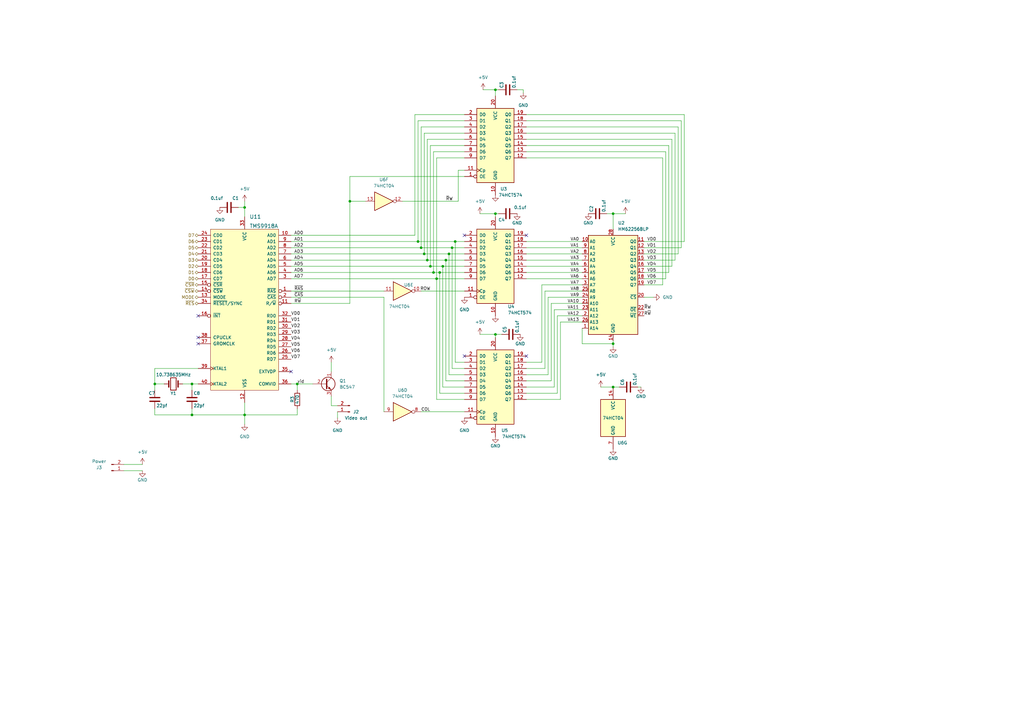
<source format=kicad_sch>
(kicad_sch (version 20211123) (generator eeschema)
  (paper "A3")
  (title_block (title "TMS9918A ") (date "2022-03") (rev "Ver.1 ") (company "Doctor Volt"))
  (lib_symbols
    (symbol "74xx:74HCT04"
      (property "Reference" "U" (at 0 1.27 0))
      (property "Value" "74HCT04" (at 0 -1.27 0))
      (symbol "74HCT04_1_0"
        (polyline (pts (xy -3.81 3.81) (xy -3.81 -3.81) (xy 3.81 0) (xy -3.81 3.81)) (stroke (width 0.254)) (fill (type background)))
        (pin input line (at -7.62 0 0) (length 3.81) (name "~") (number "1"))
        (pin output inverted (at 7.62 0 180) (length 3.81) (name "~") (number "2"))
      )
      (symbol "74HCT04_2_0"
        (polyline (pts (xy -3.81 3.81) (xy -3.81 -3.81) (xy 3.81 0) (xy -3.81 3.81)) (stroke (width 0.254)) (fill (type background)))
        (pin input line (at -7.62 0 0) (length 3.81) (name "~") (number "3"))
        (pin output inverted (at 7.62 0 180) (length 3.81) (name "~") (number "4"))
      )
      (symbol "74HCT04_3_0"
        (polyline (pts (xy -3.81 3.81) (xy -3.81 -3.81) (xy 3.81 0) (xy -3.81 3.81)) (stroke (width 0.254)) (fill (type background)))
        (pin input line (at -7.62 0 0) (length 3.81) (name "~") (number "5"))
        (pin output inverted (at 7.62 0 180) (length 3.81) (name "~") (number "6"))
      )
      (symbol "74HCT04_4_0"
        (polyline (pts (xy -3.81 3.81) (xy -3.81 -3.81) (xy 3.81 0) (xy -3.81 3.81)) (stroke (width 0.254)) (fill (type background)))
        (pin output inverted (at 7.62 0 180) (length 3.81) (name "~") (number "8"))
        (pin input line (at -7.62 0 0) (length 3.81) (name "~") (number "9"))
      )
      (symbol "74HCT04_5_0"
        (polyline (pts (xy -3.81 3.81) (xy -3.81 -3.81) (xy 3.81 0) (xy -3.81 3.81)) (stroke (width 0.254)) (fill (type background)))
        (pin output inverted (at 7.62 0 180) (length 3.81) (name "~") (number "10"))
        (pin input line (at -7.62 0 0) (length 3.81) (name "~") (number "11"))
      )
      (symbol "74HCT04_6_0"
        (polyline (pts (xy -3.81 3.81) (xy -3.81 -3.81) (xy 3.81 0) (xy -3.81 3.81)) (stroke (width 0.254)) (fill (type background)))
        (pin output inverted (at 7.62 0 180) (length 3.81) (name "~") (number "12"))
        (pin input line (at -7.62 0 0) (length 3.81) (name "~") (number "13"))
      )
      (symbol "74HCT04_7_0"
        (pin power_in line (at 0 12.7 270) (length 5.08) (name "VCC") (number "14"))
        (pin power_in line (at 0 -12.7 90) (length 5.08) (name "GND") (number "7"))
      )
      (symbol "74HCT04_7_1"
        (rectangle (start -5.08 7.62) (end 5.08 -7.62) (stroke (width 0.254)) (fill (type background)))
      )
    )
    (symbol "74xx:74LS574" (pin_names (offset 1.016))
      (property "Reference" "U" (at -7.62 16.51 0))
      (property "Value" "74LS574" (at -7.62 -16.51 0))
      (symbol "74LS574_1_0"
        (pin input inverted (at -12.7 -12.7 0) (length 5.08) (name "OE") (number "1"))
        (pin power_in line (at 0 -20.32 90) (length 5.08) (name "GND") (number "10"))
        (pin input clock (at -12.7 -10.16 0) (length 5.08) (name "Cp") (number "11"))
        (pin tri_state line (at 12.7 -5.08 180) (length 5.08) (name "Q7") (number "12"))
        (pin tri_state line (at 12.7 -2.54 180) (length 5.08) (name "Q6") (number "13"))
        (pin tri_state line (at 12.7 0 180) (length 5.08) (name "Q5") (number "14"))
        (pin tri_state line (at 12.7 2.54 180) (length 5.08) (name "Q4") (number "15"))
        (pin tri_state line (at 12.7 5.08 180) (length 5.08) (name "Q3") (number "16"))
        (pin tri_state line (at 12.7 7.62 180) (length 5.08) (name "Q2") (number "17"))
        (pin tri_state line (at 12.7 10.16 180) (length 5.08) (name "Q1") (number "18"))
        (pin tri_state line (at 12.7 12.7 180) (length 5.08) (name "Q0") (number "19"))
        (pin input line (at -12.7 12.7 0) (length 5.08) (name "D0") (number "2"))
        (pin power_in line (at 0 20.32 270) (length 5.08) (name "VCC") (number "20"))
        (pin input line (at -12.7 10.16 0) (length 5.08) (name "D1") (number "3"))
        (pin input line (at -12.7 7.62 0) (length 5.08) (name "D2") (number "4"))
        (pin input line (at -12.7 5.08 0) (length 5.08) (name "D3") (number "5"))
        (pin input line (at -12.7 2.54 0) (length 5.08) (name "D4") (number "6"))
        (pin input line (at -12.7 0 0) (length 5.08) (name "D5") (number "7"))
        (pin input line (at -12.7 -2.54 0) (length 5.08) (name "D6") (number "8"))
        (pin input line (at -12.7 -5.08 0) (length 5.08) (name "D7") (number "9"))
      )
      (symbol "74LS574_1_1"
        (rectangle (start -7.62 15.24) (end 7.62 -15.24) (stroke (width 0.254)) (fill (type background)))
      )
    )
    (symbol "Connector:Conn_01x02_Male" (pin_names (offset 1.016) hide)
      (property "Reference" "J" (at 0 2.54 0))
      (property "Value" "Conn_01x02_Male" (at 0 -5.08 0))
      (symbol "Conn_01x02_Male_1_1"
        (polyline (pts (xy 1.27 -2.54) (xy 0.8636 -2.54)) (stroke (width 0.1524)))
        (polyline (pts (xy 1.27 0) (xy 0.8636 0)) (stroke (width 0.1524)))
        (rectangle (start 0.8636 -2.413) (end 0 -2.667) (stroke (width 0.1524)) (fill (type outline)))
        (rectangle (start 0.8636 0.127) (end 0 -0.127) (stroke (width 0.1524)) (fill (type outline)))
        (pin passive line (at 5.08 0 180) (length 3.81) (name "Pin_1") (number "1"))
        (pin passive line (at 5.08 -2.54 180) (length 3.81) (name "Pin_2") (number "2"))
      )
    )
    (symbol "Device:C" (pin_numbers hide) (pin_names (offset 0.254))
      (property "Reference" "C" (at 0.635 2.54 0))
      (property "Value" "C" (at 0.635 -2.54 0))
      (symbol "C_0_1"
        (polyline (pts (xy -2.032 -0.762) (xy 2.032 -0.762)) (stroke (width 0.508)))
        (polyline (pts (xy -2.032 0.762) (xy 2.032 0.762)) (stroke (width 0.508)))
      )
      (symbol "C_1_1"
        (pin passive line (at 0 3.81 270) (length 2.794) (name "~") (number "1"))
        (pin passive line (at 0 -3.81 90) (length 2.794) (name "~") (number "2"))
      )
    )
    (symbol "Device:Crystal" (pin_numbers hide) (pin_names (offset 1.016) hide)
      (property "Reference" "Y" (at 0 3.81 0))
      (property "Value" "Crystal" (at 0 -3.81 0))
      (symbol "Crystal_0_1"
        (rectangle (start -1.143 2.54) (end 1.143 -2.54) (stroke (width 0.3048)))
        (polyline (pts (xy -2.54 0) (xy -1.905 0)))
        (polyline (pts (xy -1.905 -1.27) (xy -1.905 1.27)) (stroke (width 0.508)))
        (polyline (pts (xy 1.905 -1.27) (xy 1.905 1.27)) (stroke (width 0.508)))
        (polyline (pts (xy 2.54 0) (xy 1.905 0)))
      )
      (symbol "Crystal_1_1"
        (pin passive line (at -3.81 0 0) (length 1.27) (name "1") (number "1"))
        (pin passive line (at 3.81 0 180) (length 1.27) (name "2") (number "2"))
      )
    )
    (symbol "Device:R" (pin_numbers hide) (pin_names (offset 0))
      (property "Reference" "R" (at 2.032 0 90))
      (property "Value" "R" (at 0 0 90))
      (symbol "R_0_1"
        (rectangle (start -1.016 -2.54) (end 1.016 2.54) (stroke (width 0.254)))
      )
      (symbol "R_1_1"
        (pin passive line (at 0 3.81 270) (length 1.27) (name "~") (number "1"))
        (pin passive line (at 0 -3.81 90) (length 1.27) (name "~") (number "2"))
      )
    )
    (symbol "Memory_RAM:HM62256BLP"
      (property "Reference" "U" (at -10.16 20.955 0))
      (property "Value" "HM62256BLP" (at 2.54 20.955 0))
      (symbol "HM62256BLP_0_0"
        (pin power_in line (at 0 -22.86 90) (length 2.54) (name "GND") (number "14"))
        (pin power_in line (at 0 22.86 270) (length 2.54) (name "VCC") (number "28"))
      )
      (symbol "HM62256BLP_0_1"
        (rectangle (start -10.16 20.32) (end 10.16 -20.32) (stroke (width 0.254)) (fill (type background)))
      )
      (symbol "HM62256BLP_1_1"
        (pin input line (at -12.7 -17.78 0) (length 2.54) (name "A14") (number "1"))
        (pin input line (at -12.7 17.78 0) (length 2.54) (name "A0") (number "10"))
        (pin tri_state line (at 12.7 17.78 180) (length 2.54) (name "Q0") (number "11"))
        (pin tri_state line (at 12.7 15.24 180) (length 2.54) (name "Q1") (number "12"))
        (pin tri_state line (at 12.7 12.7 180) (length 2.54) (name "Q2") (number "13"))
        (pin tri_state line (at 12.7 10.16 180) (length 2.54) (name "Q3") (number "15"))
        (pin tri_state line (at 12.7 7.62 180) (length 2.54) (name "Q4") (number "16"))
        (pin tri_state line (at 12.7 5.08 180) (length 2.54) (name "Q5") (number "17"))
        (pin tri_state line (at 12.7 2.54 180) (length 2.54) (name "Q6") (number "18"))
        (pin tri_state line (at 12.7 0 180) (length 2.54) (name "Q7") (number "19"))
        (pin input line (at -12.7 -12.7 0) (length 2.54) (name "A12") (number "2"))
        (pin input line (at 12.7 -5.08 180) (length 2.54) (name "~{CS}") (number "20"))
        (pin input line (at -12.7 -7.62 0) (length 2.54) (name "A10") (number "21"))
        (pin input line (at 12.7 -10.16 180) (length 2.54) (name "~{OE}") (number "22"))
        (pin input line (at -12.7 -10.16 0) (length 2.54) (name "A11") (number "23"))
        (pin input line (at -12.7 -5.08 0) (length 2.54) (name "A9") (number "24"))
        (pin input line (at -12.7 -2.54 0) (length 2.54) (name "A8") (number "25"))
        (pin input line (at -12.7 -15.24 0) (length 2.54) (name "A13") (number "26"))
        (pin input line (at 12.7 -12.7 180) (length 2.54) (name "~{WE}") (number "27"))
        (pin input line (at -12.7 0 0) (length 2.54) (name "A7") (number "3"))
        (pin input line (at -12.7 2.54 0) (length 2.54) (name "A6") (number "4"))
        (pin input line (at -12.7 5.08 0) (length 2.54) (name "A5") (number "5"))
        (pin input line (at -12.7 7.62 0) (length 2.54) (name "A4") (number "6"))
        (pin input line (at -12.7 10.16 0) (length 2.54) (name "A3") (number "7"))
        (pin input line (at -12.7 12.7 0) (length 2.54) (name "A2") (number "8"))
        (pin input line (at -12.7 15.24 0) (length 2.54) (name "A1") (number "9"))
      )
    )
    (symbol "Transistor_BJT:BC547" (pin_names (offset 0) hide)
      (property "Reference" "Q" (at 5.08 1.905 0))
      (property "Value" "BC547" (at 5.08 0 0))
      (symbol "BC547_0_1"
        (polyline (pts (xy 0 0) (xy 0.635 0)))
        (polyline (pts (xy 0.635 0.635) (xy 2.54 2.54)))
        (polyline (pts (xy 0.635 -0.635) (xy 2.54 -2.54) (xy 2.54 -2.54)))
        (polyline (pts (xy 0.635 1.905) (xy 0.635 -1.905) (xy 0.635 -1.905)) (stroke (width 0.508)))
        (polyline (pts (xy 1.27 -1.778) (xy 1.778 -1.27) (xy 2.286 -2.286) (xy 1.27 -1.778) (xy 1.27 -1.778)) (fill (type outline)))
        (circle (center 1.27 0) (radius 2.8194) (stroke (width 0.254)))
      )
      (symbol "BC547_1_1"
        (pin passive line (at 2.54 5.08 270) (length 2.54) (name "C") (number "1"))
        (pin input line (at -5.08 0 0) (length 5.08) (name "B") (number "2"))
        (pin passive line (at 2.54 -5.08 90) (length 2.54) (name "E") (number "3"))
      )
    )
    (symbol "power:+5V" (power) (pin_names (offset 0))
      (property "Value" "+5V" (at 0 3.556 0))
      (symbol "+5V_0_1"
        (polyline (pts (xy -0.762 1.27) (xy 0 2.54)))
        (polyline (pts (xy 0 0) (xy 0 2.54)))
        (polyline (pts (xy 0 2.54) (xy 0.762 1.27)))
      )
      (symbol "+5V_1_1"
        (pin power_in line (at 0 0 90) (length 0) hide (name "+5V") (number "1"))
      )
    )
    (symbol "power:GND" (power) (pin_names (offset 0))
      (property "Value" "GND" (at 0 -3.81 0))
      (symbol "GND_0_1"
        (polyline (pts (xy 0 0) (xy 0 -1.27) (xy 1.27 -1.27) (xy 0 -2.54) (xy -1.27 -1.27) (xy 0 -1.27)))
      )
      (symbol "GND_1_1"
        (pin power_in line (at 0 0 270) (length 0) hide (name "GND") (number "1"))
      )
    )
    (symbol "zx2020:TMS9918A" (pin_names (offset 1.016))
      (property "Reference" "U" (at -12.7 35.56 0))
      (property "Value" "TMS9918A" (at 8.89 -35.56 0))
      (symbol "TMS9918A_0_1"
        (rectangle (start -13.97 33.02) (end 13.97 -33.02) (fill (type background)))
      )
      (symbol "TMS9918A_1_1"
        (pin output inverted (at 19.05 7.62 180) (length 5.08) (name "~{RAS}") (number "1"))
        (pin output line (at 19.05 30.48 180) (length 5.08) (name "AD0") (number "10"))
        (pin output inverted (at 19.05 2.54 180) (length 5.08) (name "R/~{W}") (number "11"))
        (pin power_in line (at 0 -38.1 90) (length 5.08) (name "VSS") (number "12"))
        (pin input line (at -19.05 5.08 0) (length 5.08) (name "MODE") (number "13"))
        (pin input inverted (at -19.05 7.62 0) (length 5.08) (name "~{CSW}") (number "14"))
        (pin input inverted (at -19.05 10.16 0) (length 5.08) (name "~{CSR}") (number "15"))
        (pin output inverted (at -19.05 -2.54 0) (length 5.08) (name "~{INT}") (number "16"))
        (pin bidirectional line (at -19.05 12.7 0) (length 5.08) (name "CD7") (number "17"))
        (pin bidirectional line (at -19.05 15.24 0) (length 5.08) (name "CD6") (number "18"))
        (pin bidirectional line (at -19.05 17.78 0) (length 5.08) (name "CD5") (number "19"))
        (pin output inverted (at 19.05 5.08 180) (length 5.08) (name "~{CAS}") (number "2"))
        (pin bidirectional line (at -19.05 20.32 0) (length 5.08) (name "CD4") (number "20"))
        (pin bidirectional line (at -19.05 22.86 0) (length 5.08) (name "CD3") (number "21"))
        (pin bidirectional line (at -19.05 25.4 0) (length 5.08) (name "CD2") (number "22"))
        (pin bidirectional line (at -19.05 27.94 0) (length 5.08) (name "CD1") (number "23"))
        (pin bidirectional line (at -19.05 30.48 0) (length 5.08) (name "CD0") (number "24"))
        (pin input line (at 19.05 -20.32 180) (length 5.08) (name "RD7") (number "25"))
        (pin input line (at 19.05 -17.78 180) (length 5.08) (name "RD6") (number "26"))
        (pin input line (at 19.05 -15.24 180) (length 5.08) (name "RD5") (number "27"))
        (pin input line (at 19.05 -12.7 180) (length 5.08) (name "RD4") (number "28"))
        (pin input line (at 19.05 -10.16 180) (length 5.08) (name "RD3") (number "29"))
        (pin output line (at 19.05 12.7 180) (length 5.08) (name "AD7") (number "3"))
        (pin input line (at 19.05 -7.62 180) (length 5.08) (name "RD2") (number "30"))
        (pin input line (at 19.05 -5.08 180) (length 5.08) (name "RD1") (number "31"))
        (pin input line (at 19.05 -2.54 180) (length 5.08) (name "RD0") (number "32"))
        (pin power_in line (at 0 38.1 270) (length 5.08) (name "VCC") (number "33"))
        (pin input line (at -19.05 2.54 0) (length 5.08) (name "~{RESET}/SYNC") (number "34"))
        (pin bidirectional line (at 19.05 -25.4 180) (length 5.08) (name "EXTVDP") (number "35"))
        (pin output line (at 19.05 -30.48 180) (length 5.08) (name "COMVID") (number "36"))
        (pin output line (at -19.05 -13.97 0) (length 5.08) (name "GROMCLK") (number "37"))
        (pin output line (at -19.05 -11.43 0) (length 5.08) (name "CPUCLK") (number "38"))
        (pin input clock (at -19.05 -24.13 0) (length 5.08) (name "XTAL1") (number "39"))
        (pin output line (at 19.05 15.24 180) (length 5.08) (name "AD6") (number "4"))
        (pin input clock (at -19.05 -30.48 0) (length 5.08) (name "XTAL2") (number "40"))
        (pin output line (at 19.05 17.78 180) (length 5.08) (name "AD5") (number "5"))
        (pin output line (at 19.05 20.32 180) (length 5.08) (name "AD4") (number "6"))
        (pin output line (at 19.05 22.86 180) (length 5.08) (name "AD3") (number "7"))
        (pin output line (at 19.05 25.4 180) (length 5.08) (name "AD2") (number "8"))
        (pin output line (at 19.05 27.94 180) (length 5.08) (name "AD1") (number "9"))
      )
    )
  )
  (junction (at 251.46 140.97))
  (junction (at 172.72 101.6))
  (junction (at 251.46 87.63))
  (junction (at 184.15 104.14))
  (junction (at 121.92 157.48))
  (junction (at 179.07 114.3))
  (junction (at 185.42 101.6))
  (junction (at 173.99 104.14))
  (junction (at 180.34 111.76))
  (junction (at 203.2 87.63))
  (junction (at 171.45 99.06))
  (junction (at 63.5 157.48))
  (junction (at 203.2 137.16))
  (junction (at 182.88 106.68))
  (junction (at 251.46 158.75))
  (junction (at 177.8 111.76))
  (junction (at 203.2 36.83))
  (junction (at 78.74 170.18))
  (junction (at 143.51 82.55))
  (junction (at 176.53 109.22))
  (junction (at 186.69 99.06))
  (junction (at 175.26 106.68))
  (junction (at 181.61 109.22))
  (junction (at 78.74 157.48))
  (junction (at 100.33 170.18))
  (junction (at 100.33 85.09))
  (no_connect (at 81.28 140.97))
  (no_connect (at 81.28 138.43))
  (no_connect (at 215.9 96.52))
  (no_connect (at 190.5 146.05))
  (no_connect (at 81.28 129.54))
  (no_connect (at 215.9 146.05))
  (no_connect (at 190.5 96.52))
  (no_connect (at 119.38 152.4))
  (wire (pts (xy 271.78 64.77) (xy 271.78 116.84)))
  (wire (pts (xy 222.25 116.84) (xy 222.25 148.59)))
  (wire (pts (xy 203.2 88.9) (xy 203.2 87.63)))
  (wire (pts (xy 143.51 82.55) (xy 149.86 82.55)))
  (wire (pts (xy 119.38 124.46) (xy 143.51 124.46)))
  (wire (pts (xy 175.26 57.15) (xy 190.5 57.15)))
  (wire (pts (xy 184.15 104.14) (xy 190.5 104.14)))
  (wire (pts (xy 157.48 121.92) (xy 157.48 168.91)))
  (wire (pts (xy 279.4 49.53) (xy 279.4 101.6)))
  (wire (pts (xy 198.12 36.83) (xy 203.2 36.83)))
  (wire (pts (xy 172.72 119.38) (xy 190.5 119.38)))
  (wire (pts (xy 215.9 111.76) (xy 238.76 111.76)))
  (wire (pts (xy 173.99 54.61) (xy 190.5 54.61)))
  (wire (pts (xy 264.16 111.76) (xy 274.32 111.76)))
  (wire (pts (xy 190.5 156.21) (xy 182.88 156.21)))
  (wire (pts (xy 67.31 157.48) (xy 63.5 157.48)))
  (wire (pts (xy 50.8 193.04) (xy 58.42 193.04)))
  (wire (pts (xy 138.43 166.37) (xy 135.9133 166.37)))
  (wire (pts (xy 100.33 170.18) (xy 121.92 170.18)))
  (wire (pts (xy 121.92 157.48) (xy 128.27 157.48)))
  (wire (pts (xy 196.85 137.16) (xy 203.2 137.16)))
  (wire (pts (xy 196.85 87.63) (xy 203.2 87.63)))
  (wire (pts (xy 176.53 59.69) (xy 176.53 109.22)))
  (wire (pts (xy 224.79 121.92) (xy 238.76 121.92)))
  (wire (pts (xy 251.46 87.63) (xy 251.46 93.98)))
  (wire (pts (xy 119.38 96.52) (xy 170.18 96.52)))
  (wire (pts (xy 278.13 52.07) (xy 278.13 104.14)))
  (wire (pts (xy 119.38 99.06) (xy 171.45 99.06)))
  (wire (pts (xy 262.89 158.75) (xy 261.62 158.75)))
  (wire (pts (xy 119.38 119.38) (xy 157.48 119.38)))
  (wire (pts (xy 119.38 111.76) (xy 177.8 111.76)))
  (wire (pts (xy 215.9 158.75) (xy 227.33 158.75)))
  (wire (pts (xy 177.8 62.23) (xy 177.8 111.76)))
  (wire (pts (xy 215.9 148.59) (xy 222.25 148.59)))
  (wire (pts (xy 251.46 142.24) (xy 251.46 140.97)))
  (wire (pts (xy 215.9 161.29) (xy 228.6 161.29)))
  (wire (pts (xy 215.9 59.69) (xy 274.32 59.69)))
  (wire (pts (xy 223.52 119.38) (xy 223.52 151.13)))
  (wire (pts (xy 180.34 161.29) (xy 180.34 111.76)))
  (wire (pts (xy 222.25 116.84) (xy 238.76 116.84)))
  (wire (pts (xy 135.89 148.59) (xy 135.89 152.4)))
  (wire (pts (xy 264.16 101.6) (xy 279.4 101.6)))
  (wire (pts (xy 186.69 99.06) (xy 190.5 99.06)))
  (wire (pts (xy 228.6 129.54) (xy 238.76 129.54)))
  (wire (pts (xy 181.61 109.22) (xy 190.5 109.22)))
  (wire (pts (xy 179.07 114.3) (xy 179.07 163.83)))
  (wire (pts (xy 143.51 124.46) (xy 143.51 82.55)))
  (wire (pts (xy 173.99 54.61) (xy 173.99 104.14)))
  (wire (pts (xy 119.38 106.68) (xy 175.26 106.68)))
  (wire (pts (xy 119.38 104.14) (xy 173.99 104.14)))
  (wire (pts (xy 190.5 151.13) (xy 185.42 151.13)))
  (wire (pts (xy 215.9 54.61) (xy 276.86 54.61)))
  (wire (pts (xy 264.16 104.14) (xy 278.13 104.14)))
  (wire (pts (xy 214.63 36.83) (xy 214.63 38.1)))
  (wire (pts (xy 74.93 157.48) (xy 78.74 157.48)))
  (wire (pts (xy 97.79 85.09) (xy 100.33 85.09)))
  (wire (pts (xy 215.9 57.15) (xy 275.59 57.15)))
  (wire (pts (xy 215.9 153.67) (xy 224.79 153.67)))
  (wire (pts (xy 215.9 49.53) (xy 279.4 49.53)))
  (wire (pts (xy 177.8 62.23) (xy 190.5 62.23)))
  (wire (pts (xy 215.9 109.22) (xy 238.76 109.22)))
  (wire (pts (xy 175.26 106.68) (xy 182.88 106.68)))
  (wire (pts (xy 264.16 121.92) (xy 267.97 121.92)))
  (wire (pts (xy 179.07 114.3) (xy 179.07 64.77)))
  (wire (pts (xy 185.42 101.6) (xy 190.5 101.6)))
  (wire (pts (xy 100.33 82.55) (xy 100.33 85.09)))
  (wire (pts (xy 184.15 153.67) (xy 184.15 104.14)))
  (wire (pts (xy 172.72 168.91) (xy 190.5 168.91)))
  (wire (pts (xy 280.67 46.99) (xy 280.67 99.06)))
  (wire (pts (xy 246.38 158.75) (xy 251.46 158.75)))
  (wire (pts (xy 100.33 173.99) (xy 100.33 170.18)))
  (wire (pts (xy 274.32 59.69) (xy 274.32 111.76)))
  (wire (pts (xy 185.42 151.13) (xy 185.42 101.6)))
  (wire (pts (xy 176.53 109.22) (xy 181.61 109.22)))
  (wire (pts (xy 190.5 46.99) (xy 170.18 46.99)))
  (wire (pts (xy 119.38 157.48) (xy 121.92 157.48)))
  (wire (pts (xy 190.5 69.85) (xy 187.96 69.85)))
  (wire (pts (xy 179.07 64.77) (xy 190.5 64.77)))
  (wire (pts (xy 78.74 160.02) (xy 78.74 157.48)))
  (wire (pts (xy 172.72 52.07) (xy 190.5 52.07)))
  (wire (pts (xy 215.9 46.99) (xy 280.67 46.99)))
  (wire (pts (xy 223.52 119.38) (xy 238.76 119.38)))
  (wire (pts (xy 135.9133 166.37) (xy 135.89 162.56)))
  (wire (pts (xy 251.46 158.75) (xy 254 158.75)))
  (wire (pts (xy 121.92 157.48) (xy 121.92 160.02)))
  (wire (pts (xy 264.16 114.3) (xy 273.05 114.3)))
  (wire (pts (xy 256.54 87.63) (xy 251.46 87.63)))
  (wire (pts (xy 119.38 109.22) (xy 176.53 109.22)))
  (wire (pts (xy 248.92 87.63) (xy 251.46 87.63)))
  (wire (pts (xy 215.9 62.23) (xy 273.05 62.23)))
  (wire (pts (xy 171.45 49.53) (xy 171.45 99.06)))
  (wire (pts (xy 172.72 52.07) (xy 172.72 101.6)))
  (wire (pts (xy 187.96 69.85) (xy 187.96 82.55)))
  (wire (pts (xy 215.9 163.83) (xy 229.87 163.83)))
  (wire (pts (xy 182.88 156.21) (xy 182.88 106.68)))
  (wire (pts (xy 63.5 151.13) (xy 81.28 151.13)))
  (wire (pts (xy 264.16 109.22) (xy 275.59 109.22)))
  (wire (pts (xy 121.92 170.18) (xy 121.92 167.64)))
  (wire (pts (xy 273.05 62.23) (xy 273.05 114.3)))
  (wire (pts (xy 203.2 137.16) (xy 203.2 138.43)))
  (wire (pts (xy 215.9 64.77) (xy 271.78 64.77)))
  (wire (pts (xy 63.5 151.13) (xy 63.5 157.48)))
  (wire (pts (xy 215.9 104.14) (xy 238.76 104.14)))
  (wire (pts (xy 203.2 87.63) (xy 204.47 87.63)))
  (wire (pts (xy 63.5 170.18) (xy 63.5 167.64)))
  (wire (pts (xy 264.16 116.84) (xy 271.78 116.84)))
  (wire (pts (xy 264.16 106.68) (xy 276.86 106.68)))
  (wire (pts (xy 175.26 57.15) (xy 175.26 106.68)))
  (wire (pts (xy 215.9 52.07) (xy 278.13 52.07)))
  (wire (pts (xy 251.46 140.97) (xy 251.46 139.7)))
  (wire (pts (xy 63.5 157.48) (xy 63.5 160.02)))
  (wire (pts (xy 143.51 82.55) (xy 143.51 72.39)))
  (wire (pts (xy 138.43 171.45) (xy 138.43 168.91)))
  (wire (pts (xy 226.06 124.46) (xy 226.06 156.21)))
  (wire (pts (xy 182.88 106.68) (xy 190.5 106.68)))
  (wire (pts (xy 176.53 59.69) (xy 190.5 59.69)))
  (wire (pts (xy 100.33 85.09) (xy 100.33 88.9)))
  (wire (pts (xy 229.87 132.08) (xy 238.76 132.08)))
  (wire (pts (xy 264.16 99.06) (xy 280.67 99.06)))
  (wire (pts (xy 78.74 170.18) (xy 78.74 167.64)))
  (wire (pts (xy 238.76 134.62) (xy 238.76 140.97)))
  (wire (pts (xy 172.72 101.6) (xy 185.42 101.6)))
  (wire (pts (xy 170.18 46.99) (xy 170.18 96.52)))
  (wire (pts (xy 78.74 157.48) (xy 81.28 157.48)))
  (wire (pts (xy 50.8 190.5) (xy 58.42 190.5)))
  (wire (pts (xy 179.07 114.3) (xy 190.5 114.3)))
  (wire (pts (xy 203.2 137.16) (xy 205.74 137.16)))
  (wire (pts (xy 190.5 148.59) (xy 186.69 148.59)))
  (wire (pts (xy 215.9 106.68) (xy 238.76 106.68)))
  (wire (pts (xy 78.74 170.18) (xy 100.33 170.18)))
  (wire (pts (xy 181.61 158.75) (xy 181.61 109.22)))
  (wire (pts (xy 190.5 161.29) (xy 180.34 161.29)))
  (wire (pts (xy 177.8 111.76) (xy 180.34 111.76)))
  (wire (pts (xy 179.07 163.83) (xy 190.5 163.83)))
  (wire (pts (xy 226.06 124.46) (xy 238.76 124.46)))
  (wire (pts (xy 203.2 36.83) (xy 204.47 36.83)))
  (wire (pts (xy 173.99 104.14) (xy 184.15 104.14)))
  (wire (pts (xy 275.59 57.15) (xy 275.59 109.22)))
  (wire (pts (xy 190.5 158.75) (xy 181.61 158.75)))
  (wire (pts (xy 190.5 153.67) (xy 184.15 153.67)))
  (wire (pts (xy 171.45 99.06) (xy 186.69 99.06)))
  (wire (pts (xy 119.38 121.92) (xy 157.48 121.92)))
  (wire (pts (xy 227.33 127) (xy 227.33 158.75)))
  (wire (pts (xy 143.51 72.39) (xy 190.5 72.39)))
  (wire (pts (xy 180.34 111.76) (xy 190.5 111.76)))
  (wire (pts (xy 119.38 114.3) (xy 179.07 114.3)))
  (wire (pts (xy 186.69 148.59) (xy 186.69 99.06)))
  (wire (pts (xy 100.33 170.18) (xy 100.33 165.1)))
  (wire (pts (xy 215.9 114.3) (xy 238.76 114.3)))
  (wire (pts (xy 212.09 36.83) (xy 214.63 36.83)))
  (wire (pts (xy 276.86 54.61) (xy 276.86 106.68)))
  (wire (pts (xy 215.9 151.13) (xy 223.52 151.13)))
  (wire (pts (xy 190.5 49.53) (xy 171.45 49.53)))
  (wire (pts (xy 215.9 99.06) (xy 238.76 99.06)))
  (wire (pts (xy 224.79 121.92) (xy 224.79 153.67)))
  (wire (pts (xy 215.9 101.6) (xy 238.76 101.6)))
  (wire (pts (xy 227.33 127) (xy 238.76 127)))
  (wire (pts (xy 63.5 170.18) (xy 78.74 170.18)))
  (wire (pts (xy 228.6 129.54) (xy 228.6 161.29)))
  (wire (pts (xy 203.2 39.37) (xy 203.2 36.83)))
  (wire (pts (xy 229.87 132.08) (xy 229.87 163.83)))
  (wire (pts (xy 119.38 101.6) (xy 172.72 101.6)))
  (wire (pts (xy 215.9 156.21) (xy 226.06 156.21)))
  (wire (pts (xy 238.76 140.97) (xy 251.46 140.97)))
  (wire (pts (xy 165.1 82.55) (xy 187.96 82.55)))
  (label "VA12" (at 237.49 129.54 180) (effects (font (size 1.254 1.254))))
  (label "VA3" (at 237.49 106.68 180) (effects (font (size 1.254 1.254))))
  (label "~{RAS}" (at 120.65 119.38 0))
  (label "AD0" (at 120.65 96.52 0))
  (label "VD1" (at 119.38 132.08 0))
  (label "VD2" (at 265.43 104.14 0) (effects (font (size 1.254 1.254))))
  (label "VD6" (at 119.38 144.78 0))
  (label "VD7" (at 265.43 116.84 0) (effects (font (size 1.254 1.254))))
  (label "VD5" (at 119.38 142.24 0))
  (label "AD3" (at 120.65 104.14 0))
  (label "VA8" (at 237.49 119.38 180) (effects (font (size 1.254 1.254))))
  (label "R~{W}" (at 264.16 129.54 0))
  (label "VD3" (at 265.43 106.68 0) (effects (font (size 1.254 1.254))))
  (label "VD4" (at 265.43 109.22 0) (effects (font (size 1.254 1.254))))
  (label "VD6" (at 265.43 114.3 0) (effects (font (size 1.254 1.254))))
  (label "VA0" (at 237.49 99.06 180) (effects (font (size 1.254 1.254))))
  (label "R~{W}" (at 120.65 124.46 0))
  (label "VA13" (at 237.49 132.08 180) (effects (font (size 1.254 1.254))))
  (label "VD0" (at 265.43 99.06 0) (effects (font (size 1.254 1.254))))
  (label "AD4" (at 120.65 106.68 0))
  (label "VA5" (at 237.49 111.76 180) (effects (font (size 1.254 1.254))))
  (label "VA10" (at 237.49 124.46 180) (effects (font (size 1.254 1.254))))
  (label "VD0" (at 119.38 129.54 0))
  (label "vid" (at 121.92 157.48 0))
  (label "~{CAS}" (at 120.65 121.92 0))
  (label "VA1" (at 237.49 101.6 180) (effects (font (size 1.254 1.254))))
  (label "VA11" (at 237.49 127 180) (effects (font (size 1.254 1.254))))
  (label "COL" (at 172.72 168.91 0) (effects (font (size 1.254 1.254))))
  (label "VD7" (at 119.38 147.32 0))
  (label "AD5" (at 120.65 109.22 0))
  (label "VD2" (at 119.38 134.62 0))
  (label "VD3" (at 119.38 137.16 0))
  (label "VD4" (at 119.38 139.7 0))
  (label "AD7" (at 120.65 114.3 0))
  (label "VD5" (at 265.43 111.76 0) (effects (font (size 1.254 1.254))))
  (label "VD1" (at 265.43 101.6 0) (effects (font (size 1.254 1.254))))
  (label "VA9" (at 237.49 121.92 180) (effects (font (size 1.254 1.254))))
  (label "AD2" (at 120.65 101.6 0))
  (label "AD6" (at 120.65 111.76 0))
  (label "~{R}W" (at 182.88 82.55 0))
  (label "VA2" (at 237.49 104.14 180) (effects (font (size 1.254 1.254))))
  (label "AD1" (at 120.65 99.06 0))
  (label "~{R}W" (at 264.16 127 0))
  (label "VA7" (at 237.49 116.84 180) (effects (font (size 1.254 1.254))))
  (label "VA6" (at 237.49 114.3 180) (effects (font (size 1.254 1.254))))
  (label "VA4" (at 237.49 109.22 180) (effects (font (size 1.254 1.254))))
  (label "ROW" (at 176.53 119.38 180) (effects (font (size 1.254 1.254))))
  (hierarchical_label "~{CSR}" (shape bidirectional) (at 81.28 116.84 180))
  (hierarchical_label "D0" (shape bidirectional) (at 81.28 114.3 180))
  (hierarchical_label "D2" (shape bidirectional) (at 81.28 109.22 180))
  (hierarchical_label "~{RES}" (shape bidirectional) (at 81.28 124.46 180))
  (hierarchical_label "D3" (shape bidirectional) (at 81.28 106.68 180))
  (hierarchical_label "~{CSW}" (shape bidirectional) (at 81.28 119.38 180))
  (hierarchical_label "D5" (shape bidirectional) (at 81.28 101.6 180))
  (hierarchical_label "D4" (shape bidirectional) (at 81.28 104.14 180))
  (hierarchical_label "D1" (shape bidirectional) (at 81.28 111.76 180))
  (hierarchical_label "D7" (shape bidirectional) (at 81.28 96.52 180))
  (hierarchical_label "D6" (shape bidirectional) (at 81.28 99.06 180))
  (hierarchical_label "MODE" (shape bidirectional) (at 81.28 121.92 180))
  (symbol (lib_id "74xx:74LS574") (at 203.2 59.69 0) (unit 1)
    (property "Reference" "U3" (at 205.2194 77.47 0) (effects (justify left)))
    (property "Value" "74HCT574" (at 204.47 80.01 0) (effects (justify left)))
    (property "Footprint" "Package_DIP:DIP-20_W7.62mm_Socket" (effects hide))
  )
  (symbol (lib_id "74xx:74LS574") (at 203.2 109.22 0) (unit 1)
    (property "Reference" "U4" (at 208.28 125.73 0) (effects (justify left)))
    (property "Value" "74HCT574" (at 208.28 128.27 0) (effects (justify left)))
    (property "Footprint" "Package_DIP:DIP-20_W7.62mm_Socket" (effects hide))
  )
  (symbol (lib_id "74xx:74LS574") (at 203.2 158.75 0) (unit 1)
    (property "Reference" "U5" (at 207.01 176.53 0))
    (property "Value" "74HCT574" (at 210.82 179.07 0))
    (property "Footprint" "Package_DIP:DIP-20_W7.62mm_Socket" (effects hide))
  )
  (symbol (lib_id "Device:C") (at 208.28 87.63 90) (unit 1)
    (property "Reference" "C4" (at 205.74 90.17 90))
    (property "Value" "0.1uf" (at 213.36 85.09 90))
    (property "Footprint" "Capacitor_THT:C_Disc_D3.0mm_W1.6mm_P2.50mm" (effects hide))
  )
  (symbol (lib_id "Device:C") (at 245.11 87.63 90) (unit 1)
    (property "Reference" "C2" (at 242.57 86.995 0) (effects (justify left)))
    (property "Value" "0.1uf" (at 247.65 86.995 0) (effects (justify left)))
    (property "Footprint" "Capacitor_THT:C_Disc_D3.0mm_W1.6mm_P2.50mm" (effects hide))
  )
  (symbol (lib_id "Device:C") (at 208.28 36.83 90) (unit 1)
    (property "Reference" "C3" (at 205.74 36.195 0) (effects (justify left)))
    (property "Value" "0.1uf" (at 210.82 36.195 0) (effects (justify left)))
    (property "Footprint" "Capacitor_THT:C_Disc_D3.0mm_W1.6mm_P2.50mm" (effects hide))
  )
  (symbol (lib_id "Device:C") (at 257.81 158.75 90) (unit 1)
    (property "Reference" "C6" (at 255.27 158.115 0) (effects (justify left)))
    (property "Value" "0.1uf" (at 260.35 158.115 0) (effects (justify left)))
    (property "Footprint" "Capacitor_THT:C_Disc_D3.0mm_W1.6mm_P2.50mm" (effects hide))
  )
  (symbol (lib_id "power:GND") (at 251.46 142.24 0) (unit 1)
    (property "Reference" "#PWR0102" (effects hide))
    (property "Value" "GND" (at 251.46 146.05 0))
  )
  (symbol (lib_id "74xx:74HCT04") (at 251.46 171.45 0) (unit 7)
    (property "Reference" "U6" (at 255.27 181.61 0))
    (property "Value" "74HCT04" (at 251.46 171.45 0))
    (property "Footprint" "Package_DIP:DIP-14_W7.62mm_Socket" (effects hide))
    (property "Datasheet" "https://assets.nexperia.com/documents/data-sheet/74HC_HCT04.pdf" (effects hide))
  )
  (symbol (lib_id "power:GND") (at 251.46 184.15 0) (unit 1)
    (property "Reference" "#PWR0106" (effects hide))
    (property "Value" "GND" (at 251.46 187.96 0))
  )
  (symbol (lib_id "power:GND") (at 203.2 179.07 0) (unit 1)
    (property "Reference" "#PWR0110" (effects hide))
    (property "Value" "GND" (at 203.2 182.88 0))
  )
  (symbol (lib_id "Memory_RAM:HM62256BLP") (at 251.46 116.84 0) (unit 1)
    (property "Reference" "U2" (at 253.4794 91.44 0) (effects (justify left)))
    (property "Value" "HM62256BLP" (at 253.4794 93.98 0) (effects (justify left)))
    (property "Footprint" "Package_DIP:DIP-28_W15.24mm" (effects hide))
    (property "Datasheet" "https://web.mit.edu/6.115/www/document/62256.pdf" (effects hide))
  )
  (symbol (lib_id "power:GND") (at 203.2 80.01 0) (unit 1)
    (property "Reference" "#PWR010" (effects hide))
    (property "Value" "GND" (effects hide))
  )
  (symbol (lib_id "power:GND") (at 262.89 158.75 0) (unit 1)
    (property "Reference" "#PWR013" (effects hide))
    (property "Value" "GND" (at 262.89 162.56 0))
  )
  (symbol (lib_id "74xx:74HCT04") (at 165.1 168.91 0) (unit 4)
    (property "Reference" "U6" (at 165.1 160.02 0))
    (property "Value" "74HCT04" (at 165.1 162.56 0))
    (property "Footprint" "Package_DIP:DIP-14_W7.62mm_Socket" (effects hide))
    (property "Datasheet" "https://assets.nexperia.com/documents/data-sheet/74HC_HCT04.pdf" (effects hide))
  )
  (symbol (lib_id "power:+5V") (at 256.54 87.63 0) (unit 1)
    (property "Reference" "#PWR048" (effects hide))
    (property "Value" "+5V" (at 256.54 82.55 0))
  )
  (symbol (lib_id "power:GND") (at 241.3 87.63 0) (unit 1)
    (property "Reference" "#PWR014" (effects hide))
    (property "Value" "GND" (at 241.3 91.44 0))
  )
  (symbol (lib_id "Device:C") (at 78.74 163.83 0) (unit 1)
    (property "Reference" "C8" (at 79.375 161.29 0) (effects (justify left)))
    (property "Value" "22pf" (at 79.375 166.37 0) (effects (justify left)))
    (property "Footprint" "Capacitor_THT:C_Disc_D3.0mm_W1.6mm_P2.50mm" (effects hide))
  )
  (symbol (lib_id "Device:Crystal") (at 71.12 157.48 0) (unit 1)
    (property "Reference" "Y1" (at 71.12 161.29 0))
    (property "Value" "10.738635MHz" (at 71.12 153.67 0))
    (property "Footprint" "Crystal:Crystal_HC49-4H_Vertical" (effects hide))
  )
  (symbol (lib_id "Transistor_BJT:BC547") (at 133.35 157.48 0) (unit 1)
    (property "Reference" "Q1" (at 139.2327 156.2099 0) (effects (justify left)))
    (property "Value" "BC547" (at 139.2327 158.7499 0) (effects (justify left)))
    (property "Footprint" "Package_TO_SOT_THT:TO-92_Inline" (effects hide))
    (property "Datasheet" "https://www.onsemi.com/pub/Collateral/BC550-D.pdf" (effects hide))
  )
  (symbol (lib_id "power:+5V") (at 58.42 190.5 0) (unit 1)
    (property "Reference" "#PWR026" (effects hide))
    (property "Value" "+5V" (at 58.42 185.42 0))
  )
  (symbol (lib_id "power:GND") (at 90.17 85.09 0) (unit 1)
    (property "Reference" "#PWR0117" (effects hide))
    (property "Value" "GND" (at 90.17 90.17 0))
  )
  (symbol (lib_id "power:+5V") (at 196.85 137.16 0) (unit 1)
    (property "Reference" "#PWR036" (effects hide))
    (property "Value" "+5V" (at 196.85 132.08 0))
  )
  (symbol (lib_id "power:GND") (at 100.33 173.99 0) (unit 1)
    (property "Reference" "#PWR0114" (effects hide))
    (property "Value" "GND" (at 100.33 179.07 0))
  )
  (symbol (lib_id "power:+5V") (at 198.12 36.83 0) (unit 1)
    (property "Reference" "#PWR037" (effects hide))
    (property "Value" "+5V" (at 198.12 31.75 0))
  )
  (symbol (lib_id "power:GND") (at 212.09 87.63 0) (unit 1)
    (property "Reference" "#PWR012" (effects hide))
    (property "Value" "GND" (at 212.09 91.44 0))
  )
  (symbol (lib_id "power:GND") (at 213.36 137.16 0) (unit 1)
    (property "Reference" "#PWR011" (effects hide))
    (property "Value" "GND" (at 213.36 140.97 0))
  )
  (symbol (lib_id "74xx:74HCT04") (at 165.1 119.38 0) (unit 5)
    (property "Reference" "U6" (at 167.64 116.84 0))
    (property "Value" "74HCT04" (at 163.83 125.73 0))
    (property "Footprint" "Package_DIP:DIP-14_W7.62mm_Socket" (effects hide))
    (property "Datasheet" "https://assets.nexperia.com/documents/data-sheet/74HC_HCT04.pdf" (effects hide))
  )
  (symbol (lib_id "Device:C") (at 63.5 163.83 0) (unit 1)
    (property "Reference" "C7" (at 60.96 161.29 0) (effects (justify left)))
    (property "Value" "22pf" (at 64.135 166.37 0) (effects (justify left)))
    (property "Footprint" "Capacitor_THT:C_Disc_D3.0mm_W1.6mm_P2.50mm" (effects hide))
  )
  (symbol (lib_id "Connector:Conn_01x02_Male") (at 143.51 168.91 180) (unit 1)
    (property "Reference" "J2" (at 146.05 168.91 0))
    (property "Value" "Video out" (at 146.05 171.45 0))
    (property "Footprint" "Connector_PinHeader_2.54mm:PinHeader_1x02_P2.54mm_Horizontal" (effects hide))
  )
  (symbol (lib_id "power:GND") (at 58.42 193.04 0) (unit 1)
    (property "Reference" "#PWR0112" (effects hide))
    (property "Value" "GND" (at 58.42 196.85 0))
  )
  (symbol (lib_id "power:+5V") (at 246.38 158.75 0) (unit 1)
    (property "Reference" "#PWR045" (effects hide))
    (property "Value" "VCC" (at 246.38 153.67 0))
  )
  (symbol (lib_id "power:+5V") (at 100.33 82.55 0) (unit 1)
    (property "Reference" "#PWR029" (effects hide))
    (property "Value" "+5V" (at 100.33 77.47 0))
  )
  (symbol (lib_id "power:GND") (at 267.97 121.92 90) (unit 1)
    (property "Reference" "#PWR0104" (effects hide))
    (property "Value" "GND" (at 271.78 121.9199 90) (effects (justify right)))
  )
  (symbol (lib_id "Connector:Conn_01x02_Male") (at 45.72 193.04 0) (mirror x) (unit 1)
    (property "Reference" "J3" (at 40.64 191.77 0))
    (property "Value" "Power" (at 40.64 189.23 0))
    (property "Footprint" "Connector_PinHeader_2.54mm:PinHeader_1x02_P2.54mm_Vertical" (effects hide))
  )
  (symbol (lib_id "Device:C") (at 209.55 137.16 90) (unit 1)
    (property "Reference" "C5" (at 207.01 136.525 0) (effects (justify left)))
    (property "Value" "0.1uf" (at 212.09 136.525 0) (effects (justify left)))
    (property "Footprint" "Capacitor_THT:C_Disc_D3.0mm_W1.6mm_P2.50mm" (effects hide))
  )
  (symbol (lib_id "power:GND") (at 214.63 38.1 0) (unit 1)
    (property "Reference" "#PWR0105" (effects hide))
    (property "Value" "GND" (at 214.63 43.18 0))
  )
  (symbol (lib_id "power:GND") (at 190.5 171.45 0) (unit 1)
    (property "Reference" "#PWR015" (effects hide))
    (property "Value" "GND" (at 190.5 176.53 0))
  )
  (symbol (lib_id "power:+5V") (at 135.89 148.59 0) (unit 1)
    (property "Reference" "#PWR031" (effects hide))
    (property "Value" "+5V" (at 135.89 143.51 0))
  )
  (symbol (lib_id "Device:R") (at 121.92 163.83 0) (mirror y) (unit 1)
    (property "Reference" "R3" (at 119.888 163.83 90))
    (property "Value" "470" (at 121.92 163.83 90))
    (property "Footprint" "Resistor_THT:R_Axial_DIN0207_L6.3mm_D2.5mm_P7.62mm_Horizontal" (effects hide))
  )
  (symbol (lib_id "power:+5V") (at 196.85 87.63 0) (unit 1)
    (property "Reference" "#PWR035" (effects hide))
    (property "Value" "+5V" (at 196.85 82.55 0))
  )
  (symbol (lib_id "power:GND") (at 138.43 171.45 0) (unit 1)
    (property "Reference" "#PWR0116" (effects hide))
    (property "Value" "GND" (at 138.43 176.53 0))
  )
  (symbol (lib_id "zx2020:TMS9918A") (at 100.33 127 0) (unit 1)
    (property "Reference" "U11" (at 102.3494 88.9 0) (effects (font (size 1.524 1.524)) (justify left)))
    (property "Value" "TMS9918A" (at 102.3494 92.71 0) (effects (font (size 1.524 1.524)) (justify left)))
    (property "Footprint" "Package_DIP:DIP-40_W15.24mm" (effects hide))
  )
  (symbol (lib_id "74xx:74HCT04") (at 157.48 82.55 0) (unit 6)
    (property "Reference" "U6" (at 157.48 73.66 0))
    (property "Value" "74HCT04" (at 157.48 76.2 0))
    (property "Footprint" "Package_DIP:DIP-14_W7.62mm_Socket" (effects hide))
    (property "Datasheet" "https://assets.nexperia.com/documents/data-sheet/74HC_HCT04.pdf" (effects hide))
  )
  (symbol (lib_id "Device:C") (at 93.98 85.09 270) (unit 1)
    (property "Reference" "C1" (at 95.25 81.28 90) (effects (justify left)))
    (property "Value" "0.1uf" (at 86.36 81.28 90) (effects (justify left)))
    (property "Footprint" "Capacitor_THT:C_Disc_D3.0mm_W1.6mm_P2.50mm" (effects hide))
  )
  (symbol (lib_id "power:GND") (at 203.2 129.54 0) (unit 1)
    (property "Reference" "#PWR0111" (effects hide))
    (property "Value" "GND" (effects hide))
  )
  (symbol (lib_id "power:GND") (at 190.5 121.92 0) (unit 1)
    (property "Reference" "#PWR07" (effects hide))
    (property "Value" "GND" (at 190.5 127 0))
  )
)
</source>
